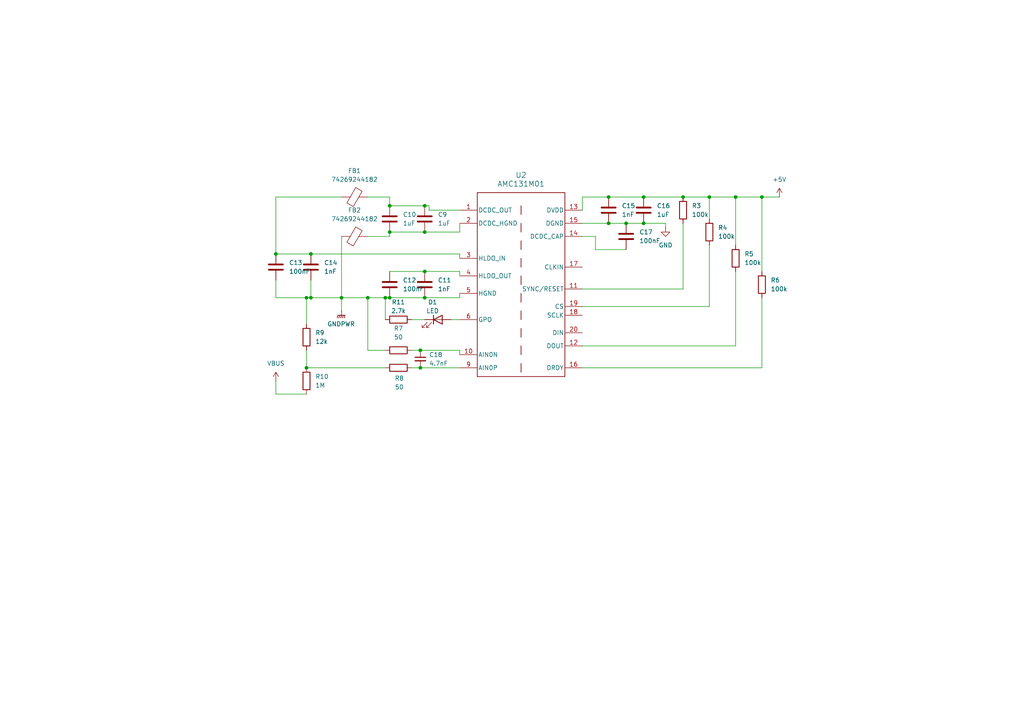
<source format=kicad_sch>
(kicad_sch (version 20250114) (generator "eeschema") (generator_version "9.0")
  (paper "A4")
  (lib_symbols
    (symbol "AMC131M01:ISOW1412DFMR" (pin_names (offset 0.254))
      (property "Reference" "U2" (at 17.78 10.16 0))
      (property "Value" "AMC131M01" (at 17.78 7.62 0))
      (symbol "ISOW1412DFMR_0_1"
        (polyline (pts (xy 5.08 5.08) (xy 5.08 -48.26)) (stroke (width 0.2032)))
        (polyline (pts (xy 5.08 -48.26) (xy 30.48 -48.26)) (stroke (width 0.2032)))
        (polyline (pts (xy 17.78 1.27) (xy 17.78 -1.27)) (stroke (width 0.2032)))
        (polyline (pts (xy 17.78 -3.81) (xy 17.78 -6.35)) (stroke (width 0.2032)))
        (polyline (pts (xy 17.78 -8.89) (xy 17.78 -11.43)) (stroke (width 0.2032)))
        (polyline (pts (xy 17.78 -13.97) (xy 17.78 -16.51)) (stroke (width 0.2032)))
        (polyline (pts (xy 17.78 -19.05) (xy 17.78 -21.59)) (stroke (width 0.2032)))
        (polyline (pts (xy 17.78 -24.13) (xy 17.78 -26.67)) (stroke (width 0.2032)))
        (polyline (pts (xy 17.78 -29.21) (xy 17.78 -31.75)) (stroke (width 0.2032)))
        (polyline (pts (xy 17.78 -36.83) (xy 17.78 -34.29)) (stroke (width 0.2032)))
        (polyline (pts (xy 17.78 -39.37) (xy 17.78 -41.91)) (stroke (width 0.2032)))
        (polyline (pts (xy 17.78 -44.45) (xy 17.78 -46.99)) (stroke (width 0.2032)))
        (polyline (pts (xy 30.48 5.08) (xy 5.08 5.08)) (stroke (width 0.2032)))
        (polyline (pts (xy 30.48 -48.26) (xy 30.48 5.08)) (stroke (width 0.2032)))
      )
      (symbol "ISOW1412DFMR_1_1"
        (pin power_in line (at 0 0 0) (length 5.08) (name "DCDC_OUT") (number "1"))
        (pin power_in line (at 0 -3.81 0) (length 5.08) (name "DCDC_HGND") (number "2"))
        (pin no_connect line (at 0 -7.62 0) (length 5.08) (hide yes) (name "NC") (number "8"))
        (pin power_in line (at 0 -13.97 0) (length 5.08) (name "HLDO_IN") (number "3"))
        (pin power_out line (at 0 -19.05 0) (length 5.08) (name "HLDO_OUT") (number "4"))
        (pin power_in line (at 0 -24.13 0) (length 5.08) (name "HGND") (number "5"))
        (pin output line (at 0 -31.75 0) (length 5.08) (name "GPO") (number "6"))
        (pin no_connect line (at 0 -35.56 0) (length 5.08) (hide yes) (name "NC") (number "7"))
        (pin input line (at 0 -41.91 0) (length 5.08) (name "AIN0N") (number "10"))
        (pin input line (at 0 -45.72 0) (length 5.08) (name "AIN0P") (number "9"))
        (pin output line (at 35.56 0 180) (length 5.08) (name "DVDD") (number "13"))
        (pin power_in line (at 35.56 -3.81 180) (length 5.08) (name "DGND") (number "15"))
        (pin power_in line (at 35.56 -7.62 180) (length 5.08) (name "DCDC_CAP") (number "14"))
        (pin output line (at 35.56 -16.51 180) (length 5.08) (name "CLKIN") (number "17"))
        (pin input line (at 35.56 -22.86 180) (length 5.08) (name "SYNC/RESET") (number "11"))
        (pin input line (at 35.56 -27.94 180) (length 5.08) (name "CS") (number "19"))
        (pin input line (at 35.56 -30.48 180) (length 5.08) (name "SCLK") (number "18"))
        (pin input line (at 35.56 -35.56 180) (length 5.08) (name "DIN") (number "20"))
        (pin output line (at 35.56 -39.37 180) (length 5.08) (name "DOUT") (number "12"))
        (pin output line (at 35.56 -45.72 180) (length 5.08) (name "DRDY") (number "16"))
      )
    )
    (symbol "Device:C" (pin_numbers (hide yes)) (pin_names (offset 0.254))
      (property "Reference" "C" (at 0.635 2.54 0))
      (property "Value" "C" (at 0.635 -2.54 0))
      (symbol "C_0_1"
        (polyline (pts (xy -2.032 0.762) (xy 2.032 0.762)) (stroke (width 0.508)))
        (polyline (pts (xy -2.032 -0.762) (xy 2.032 -0.762)) (stroke (width 0.508)))
      )
      (symbol "C_1_1"
        (pin passive line (at 0 3.81 270) (length 2.794) (name "~") (number "1"))
        (pin passive line (at 0 -3.81 90) (length 2.794) (name "~") (number "2"))
      )
    )
    (symbol "Device:C_Small" (pin_numbers (hide yes)) (pin_names (offset 0.254) (hide yes))
      (property "Reference" "C" (at 0.254 1.778 0))
      (property "Value" "C_Small" (at 0.254 -2.032 0))
      (symbol "C_Small_0_1"
        (polyline (pts (xy -1.524 0.508) (xy 1.524 0.508)) (stroke (width 0.3048)))
        (polyline (pts (xy -1.524 -0.508) (xy 1.524 -0.508)) (stroke (width 0.3302)))
      )
      (symbol "C_Small_1_1"
        (pin passive line (at 0 2.54 270) (length 2.032) (name "~") (number "1"))
        (pin passive line (at 0 -2.54 90) (length 2.032) (name "~") (number "2"))
      )
    )
    (symbol "Device:FerriteBead" (pin_numbers (hide yes)) (pin_names (offset 0))
      (property "Reference" "FB" (at -3.81 0.635 90))
      (property "Value" "FerriteBead" (at 3.81 0 90))
      (symbol "FerriteBead_0_1"
        (polyline (pts (xy -2.7686 0.4064) (xy -1.7018 2.2606) (xy 2.7686 -0.3048) (xy 1.6764 -2.159) (xy -2.7686 0.4064)))
        (polyline (pts (xy 0 1.27) (xy 0 1.2954)))
        (polyline (pts (xy 0 -1.27) (xy 0 -1.2192)))
      )
      (symbol "FerriteBead_1_1"
        (pin passive line (at 0 3.81 270) (length 2.54) (name "~") (number "1"))
        (pin passive line (at 0 -3.81 90) (length 2.54) (name "~") (number "2"))
      )
    )
    (symbol "Device:LED" (pin_numbers (hide yes)) (pin_names (offset 1.016) (hide yes))
      (property "Reference" "D" (at 0 2.54 0))
      (property "Value" "LED" (at 0 -2.54 0))
      (symbol "LED_0_1"
        (polyline (pts (xy -3.048 -0.762) (xy -4.572 -2.286) (xy -3.81 -2.286) (xy -4.572 -2.286) (xy -4.572 -1.524)))
        (polyline (pts (xy -1.778 -0.762) (xy -3.302 -2.286) (xy -2.54 -2.286) (xy -3.302 -2.286) (xy -3.302 -1.524)))
        (polyline (pts (xy -1.27 0) (xy 1.27 0)))
        (polyline (pts (xy -1.27 -1.27) (xy -1.27 1.27)) (stroke (width 0.254)))
        (polyline (pts (xy 1.27 -1.27) (xy 1.27 1.27) (xy -1.27 0) (xy 1.27 -1.27)) (stroke (width 0.254)))
      )
      (symbol "LED_1_1"
        (pin passive line (at -3.81 0 0) (length 2.54) (name "K") (number "1"))
        (pin passive line (at 3.81 0 180) (length 2.54) (name "A") (number "2"))
      )
    )
    (symbol "Device:R" (pin_numbers (hide yes)) (pin_names (offset 0))
      (property "Reference" "R" (at 2.032 0 90))
      (property "Value" "R" (at 0 0 90))
      (symbol "R_0_1"
        (rectangle (start -1.016 -2.54) (end 1.016 2.54) (stroke (width 0.254)))
      )
      (symbol "R_1_1"
        (pin passive line (at 0 3.81 270) (length 1.27) (name "~") (number "1"))
        (pin passive line (at 0 -3.81 90) (length 1.27) (name "~") (number "2"))
      )
    )
    (symbol "power:+5V" (power) (pin_numbers (hide yes)) (pin_names (offset 0) (hide yes))
      (property "Value" "+5V" (at 0 3.556 0))
      (symbol "+5V_0_1"
        (polyline (pts (xy -0.762 1.27) (xy 0 2.54)))
        (polyline (pts (xy 0 2.54) (xy 0.762 1.27)))
        (polyline (pts (xy 0 0) (xy 0 2.54)))
      )
      (symbol "+5V_1_1"
        (pin power_in line (at 0 0 90) (length 0) (name "~") (number "1"))
      )
    )
    (symbol "power:GND" (power) (pin_numbers (hide yes)) (pin_names (offset 0) (hide yes))
      (property "Value" "GND" (at 0 -3.81 0))
      (symbol "GND_0_1"
        (polyline (pts (xy 0 0) (xy 0 -1.27) (xy 1.27 -1.27) (xy 0 -2.54) (xy -1.27 -1.27) (xy 0 -1.27)))
      )
      (symbol "GND_1_1"
        (pin power_in line (at 0 0 270) (length 0) (name "~") (number "1"))
      )
    )
    (symbol "power:GNDPWR" (power) (pin_numbers (hide yes)) (pin_names (offset 0) (hide yes))
      (property "Value" "GNDPWR" (at 0 -3.302 0))
      (symbol "GNDPWR_0_1"
        (polyline (pts (xy -1.016 -1.27) (xy -1.27 -2.032) (xy -1.27 -2.032)) (stroke (width 0.2032)))
        (polyline (pts (xy -0.508 -1.27) (xy -0.762 -2.032) (xy -0.762 -2.032)) (stroke (width 0.2032)))
        (polyline (pts (xy 0 -1.27) (xy 0 0)))
        (polyline (pts (xy 0 -1.27) (xy -0.254 -2.032) (xy -0.254 -2.032)) (stroke (width 0.2032)))
        (polyline (pts (xy 0.508 -1.27) (xy 0.254 -2.032) (xy 0.254 -2.032)) (stroke (width 0.2032)))
        (polyline (pts (xy 1.016 -1.27) (xy -1.016 -1.27) (xy -1.016 -1.27)) (stroke (width 0.2032)))
        (polyline (pts (xy 1.016 -1.27) (xy 0.762 -2.032) (xy 0.762 -2.032) (xy 0.762 -2.032)) (stroke (width 0.2032)))
      )
      (symbol "GNDPWR_1_1"
        (pin power_in line (at 0 0 270) (length 0) (name "~") (number "1"))
      )
    )
    (symbol "power:VBUS" (power) (pin_numbers (hide yes)) (pin_names (offset 0) (hide yes))
      (property "Value" "VBUS" (at 0 3.556 0))
      (symbol "VBUS_0_1"
        (polyline (pts (xy -0.762 1.27) (xy 0 2.54)))
        (polyline (pts (xy 0 2.54) (xy 0.762 1.27)))
        (polyline (pts (xy 0 0) (xy 0 2.54)))
      )
      (symbol "VBUS_1_1"
        (pin power_in line (at 0 0 90) (length 0) (name "~") (number "1"))
      )
    )
  )
  (junction (at 90.17 73.66))
  (junction (at 88.9 86.36))
  (junction (at 121.92 106.68))
  (junction (at 90.17 86.36))
  (junction (at 123.19 86.36))
  (junction (at 113.03 86.36))
  (junction (at 186.69 57.15))
  (junction (at 123.19 67.31))
  (junction (at 80.01 73.66))
  (junction (at 111.76 86.36))
  (junction (at 123.19 59.69))
  (junction (at 186.69 64.77))
  (junction (at 121.92 101.6))
  (junction (at 99.06 86.36))
  (junction (at 123.19 78.74))
  (junction (at 88.9 106.68))
  (junction (at 176.53 64.77))
  (junction (at 220.98 57.15))
  (junction (at 106.68 86.36))
  (junction (at 213.36 57.15))
  (junction (at 205.74 57.15))
  (junction (at 113.03 59.69))
  (junction (at 176.53 57.15))
  (junction (at 181.61 64.77))
  (junction (at 113.03 67.31))
  (junction (at 198.12 57.15))
  (wire (pts (xy 133.35 67.31) (xy 123.19 67.31)))
  (wire (pts (xy 213.36 57.15) (xy 213.36 71.12)))
  (wire (pts (xy 220.98 57.15) (xy 220.98 78.74)))
  (wire (pts (xy 133.35 102.87) (xy 133.35 101.6)))
  (wire (pts (xy 119.38 101.6) (xy 121.92 101.6)))
  (wire (pts (xy 111.76 101.6) (xy 106.68 101.6)))
  (wire (pts (xy 106.68 68.58) (xy 113.03 68.58)))
  (wire (pts (xy 124.46 59.69) (xy 123.19 59.69)))
  (wire (pts (xy 133.35 64.77) (xy 133.35 67.31)))
  (wire (pts (xy 80.01 57.15) (xy 80.01 73.66)))
  (wire (pts (xy 133.35 60.96) (xy 124.46 60.96)))
  (wire (pts (xy 90.17 86.36) (xy 99.06 86.36)))
  (wire (pts (xy 168.91 68.58) (xy 172.72 68.58)))
  (wire (pts (xy 113.03 68.58) (xy 113.03 67.31)))
  (wire (pts (xy 113.03 78.74) (xy 123.19 78.74)))
  (wire (pts (xy 88.9 114.3) (xy 80.01 114.3)))
  (wire (pts (xy 99.06 57.15) (xy 80.01 57.15)))
  (wire (pts (xy 186.69 64.77) (xy 193.04 64.77)))
  (wire (pts (xy 88.9 86.36) (xy 88.9 93.98)))
  (wire (pts (xy 106.68 57.15) (xy 113.03 57.15)))
  (wire (pts (xy 111.76 86.36) (xy 111.76 92.71)))
  (wire (pts (xy 90.17 81.28) (xy 90.17 86.36)))
  (wire (pts (xy 113.03 67.31) (xy 123.19 67.31)))
  (wire (pts (xy 106.68 86.36) (xy 111.76 86.36)))
  (wire (pts (xy 198.12 83.82) (xy 198.12 64.77)))
  (wire (pts (xy 133.35 85.09) (xy 133.35 86.36)))
  (wire (pts (xy 168.91 64.77) (xy 176.53 64.77)))
  (wire (pts (xy 80.01 81.28) (xy 80.01 86.36)))
  (wire (pts (xy 176.53 64.77) (xy 181.61 64.77)))
  (wire (pts (xy 168.91 83.82) (xy 198.12 83.82)))
  (wire (pts (xy 205.74 57.15) (xy 205.74 63.5)))
  (wire (pts (xy 121.92 106.68) (xy 133.35 106.68)))
  (wire (pts (xy 133.35 74.93) (xy 133.35 73.66)))
  (wire (pts (xy 193.04 64.77) (xy 193.04 66.04)))
  (wire (pts (xy 205.74 57.15) (xy 213.36 57.15)))
  (wire (pts (xy 88.9 101.6) (xy 88.9 106.68)))
  (wire (pts (xy 168.91 60.96) (xy 168.91 57.15)))
  (wire (pts (xy 172.72 68.58) (xy 172.72 72.39)))
  (wire (pts (xy 113.03 59.69) (xy 123.19 59.69)))
  (wire (pts (xy 106.68 86.36) (xy 106.68 101.6)))
  (wire (pts (xy 205.74 88.9) (xy 205.74 71.12)))
  (wire (pts (xy 99.06 86.36) (xy 99.06 90.17)))
  (wire (pts (xy 88.9 86.36) (xy 90.17 86.36)))
  (wire (pts (xy 220.98 57.15) (xy 226.06 57.15)))
  (wire (pts (xy 133.35 101.6) (xy 121.92 101.6)))
  (wire (pts (xy 80.01 86.36) (xy 88.9 86.36)))
  (wire (pts (xy 172.72 72.39) (xy 181.61 72.39)))
  (wire (pts (xy 80.01 73.66) (xy 90.17 73.66)))
  (wire (pts (xy 168.91 100.33) (xy 213.36 100.33)))
  (wire (pts (xy 168.91 57.15) (xy 176.53 57.15)))
  (wire (pts (xy 133.35 78.74) (xy 123.19 78.74)))
  (wire (pts (xy 111.76 86.36) (xy 113.03 86.36)))
  (wire (pts (xy 99.06 86.36) (xy 106.68 86.36)))
  (wire (pts (xy 213.36 57.15) (xy 220.98 57.15)))
  (wire (pts (xy 124.46 60.96) (xy 124.46 59.69)))
  (wire (pts (xy 119.38 106.68) (xy 121.92 106.68)))
  (wire (pts (xy 123.19 86.36) (xy 133.35 86.36)))
  (wire (pts (xy 113.03 86.36) (xy 123.19 86.36)))
  (wire (pts (xy 186.69 57.15) (xy 198.12 57.15)))
  (wire (pts (xy 119.38 92.71) (xy 123.19 92.71)))
  (wire (pts (xy 113.03 57.15) (xy 113.03 59.69)))
  (wire (pts (xy 80.01 114.3) (xy 80.01 110.49)))
  (wire (pts (xy 130.81 92.71) (xy 133.35 92.71)))
  (wire (pts (xy 133.35 80.01) (xy 133.35 78.74)))
  (wire (pts (xy 99.06 68.58) (xy 99.06 86.36)))
  (wire (pts (xy 181.61 64.77) (xy 186.69 64.77)))
  (wire (pts (xy 220.98 106.68) (xy 220.98 86.36)))
  (wire (pts (xy 88.9 106.68) (xy 111.76 106.68)))
  (wire (pts (xy 168.91 106.68) (xy 220.98 106.68)))
  (wire (pts (xy 176.53 57.15) (xy 186.69 57.15)))
  (wire (pts (xy 90.17 73.66) (xy 133.35 73.66)))
  (wire (pts (xy 198.12 57.15) (xy 205.74 57.15)))
  (wire (pts (xy 213.36 78.74) (xy 213.36 100.33)))
  (wire (pts (xy 168.91 88.9) (xy 205.74 88.9)))
  (symbol (lib_id "Device:R") (at 88.9 97.79 0) (unit 1)
    (property "Reference" "R9" (at 91.44 96.5199 0) (effects (justify left)))
    (property "Value" "12k" (at 91.44 99.0599 0) (effects (justify left)))
    (property "Description" "Resistor" (effects (hide yes)))
  )
  (symbol (lib_id "Device:C") (at 113.03 63.5 0) (unit 1)
    (property "Reference" "C10" (at 116.84 62.2299 0) (effects (justify left)))
    (property "Value" "1uF" (at 116.84 64.7699 0) (effects (justify left)))
    (property "Description" "Unpolarized capacitor" (effects (hide yes)))
  )
  (symbol (lib_id "Device:R") (at 220.98 82.55 0) (unit 1)
    (property "Reference" "R6" (at 223.52 81.2799 0) (effects (justify left)))
    (property "Value" "100k" (at 223.52 83.8199 0) (effects (justify left)))
    (property "Description" "Resistor" (effects (hide yes)))
  )
  (symbol (lib_id "Device:C") (at 181.61 68.58 0) (unit 1)
    (property "Reference" "C17" (at 185.42 67.3099 0) (effects (justify left)))
    (property "Value" "100nF" (at 185.42 69.8499 0) (effects (justify left)))
    (property "Description" "Unpolarized capacitor" (effects (hide yes)))
  )
  (symbol (lib_id "Device:C") (at 123.19 63.5 0) (unit 1)
    (property "Reference" "C9" (at 127 62.2299 0) (effects (justify left)))
    (property "Value" "1uF" (at 127 64.7699 0) (effects (justify left)))
    (property "Description" "Unpolarized capacitor" (effects (hide yes)))
  )
  (symbol (lib_id "Device:LED") (at 127 92.71 0) (unit 1)
    (property "Reference" "D1" (at 125.476 87.63 0))
    (property "Value" "LED" (at 125.476 90.17 0))
    (property "Description" "Light emitting diode" (effects (hide yes)))
    (property "Sim.Pins" "1=K 2=A" (effects (hide yes)))
  )
  (symbol (lib_id "Device:FerriteBead") (at 102.87 57.15 90) (unit 1)
    (property "Reference" "FB1" (at 102.8192 49.53 90))
    (property "Value" "74269244182" (at 102.8192 52.07 90))
    (property "Description" "Ferrite bead" (effects (hide yes)))
  )
  (symbol (lib_id "power:GNDPWR") (at 99.06 90.17 0) (unit 1)
    (property "Reference" "#PWR011" (effects (hide yes)))
    (property "Value" "GNDPWR" (at 98.933 93.98 0))
    (property "Description" "Power symbol creates a global label with name \"GNDPWR\" , global ground" (effects (hide yes)))
  )
  (symbol (lib_id "Device:C") (at 123.19 82.55 0) (unit 1)
    (property "Reference" "C11" (at 127 81.2799 0) (effects (justify left)))
    (property "Value" "1nF" (at 127 83.8199 0) (effects (justify left)))
    (property "Description" "Unpolarized capacitor" (effects (hide yes)))
  )
  (symbol (lib_id "AMC131M01:ISOW1412DFMR") (at 133.35 60.96 0) (unit 1)
    (property "Reference" "U2" (at 151.13 50.8 0) (effects (font (size 1.524 1.524))))
    (property "Value" "AMC131M01" (at 151.13 53.34 0) (effects (font (size 1.524 1.524))))
    (property "Footprint" "DFM0020A-IPC_A" (effects (hide yes)))
    (property "Datasheet" "https://www.ti.com/lit/ds/symlink/amc131m01.pdf?ts=1763554907629" (effects (hide yes)))
  )
  (symbol (lib_id "Device:FerriteBead") (at 102.87 68.58 90) (unit 1)
    (property "Reference" "FB2" (at 102.8192 60.96 90))
    (property "Value" "74269244182" (at 102.8192 63.5 90))
    (property "Description" "Ferrite bead" (effects (hide yes)))
  )
  (symbol (lib_id "Device:R") (at 213.36 74.93 0) (unit 1)
    (property "Reference" "R5" (at 215.9 73.6599 0) (effects (justify left)))
    (property "Value" "100k" (at 215.9 76.1999 0) (effects (justify left)))
    (property "Description" "Resistor" (effects (hide yes)))
  )
  (symbol (lib_id "Device:R") (at 115.57 106.68 90) (unit 1)
    (property "Reference" "R8" (at 115.824 109.728 90))
    (property "Value" "50" (at 115.824 112.268 90))
    (property "Description" "Resistor" (effects (hide yes)))
  )
  (symbol (lib_id "Device:C") (at 176.53 60.96 0) (unit 1)
    (property "Reference" "C15" (at 180.34 59.6899 0) (effects (justify left)))
    (property "Value" "1nF" (at 180.34 62.2299 0) (effects (justify left)))
    (property "Description" "Unpolarized capacitor" (effects (hide yes)))
  )
  (symbol (lib_id "Device:R") (at 198.12 60.96 0) (unit 1)
    (property "Reference" "R3" (at 200.66 59.6899 0) (effects (justify left)))
    (property "Value" "100k" (at 200.66 62.2299 0) (effects (justify left)))
    (property "Description" "Resistor" (effects (hide yes)))
  )
  (symbol (lib_id "Device:C_Small") (at 121.92 104.14 0) (unit 1)
    (property "Reference" "C18" (at 124.46 102.8762 0) (effects (justify left)))
    (property "Value" "4.7nF" (at 124.46 105.4162 0) (effects (justify left)))
    (property "Description" "Unpolarized capacitor, small symbol" (effects (hide yes)))
  )
  (symbol (lib_id "Device:C") (at 113.03 82.55 0) (unit 1)
    (property "Reference" "C12" (at 116.84 81.2799 0) (effects (justify left)))
    (property "Value" "100nF" (at 116.84 83.8199 0) (effects (justify left)))
    (property "Description" "Unpolarized capacitor" (effects (hide yes)))
  )
  (symbol (lib_id "Device:C") (at 90.17 77.47 0) (unit 1)
    (property "Reference" "C14" (at 93.98 76.1999 0) (effects (justify left)))
    (property "Value" "1nF" (at 93.98 78.7399 0) (effects (justify left)))
    (property "Description" "Unpolarized capacitor" (effects (hide yes)))
  )
  (symbol (lib_id "Device:R") (at 115.57 101.6 90) (unit 1)
    (property "Reference" "R7" (at 115.57 95.25 90))
    (property "Value" "50" (at 115.57 97.79 90))
    (property "Description" "Resistor" (effects (hide yes)))
  )
  (symbol (lib_id "Device:R") (at 88.9 110.49 0) (unit 1)
    (property "Reference" "R10" (at 91.44 109.2199 0) (effects (justify left)))
    (property "Value" "1M" (at 91.44 111.7599 0) (effects (justify left)))
    (property "Description" "Resistor" (effects (hide yes)))
  )
  (symbol (lib_id "power:+5V") (at 226.06 57.15 0) (unit 1)
    (property "Reference" "#PWR012" (effects (hide yes)))
    (property "Value" "+5V" (at 226.06 52.07 0))
    (property "Description" "Power symbol creates a global label with name \"+5V\"" (effects (hide yes)))
  )
  (symbol (lib_id "Device:C") (at 80.01 77.47 0) (unit 1)
    (property "Reference" "C13" (at 83.82 76.1999 0) (effects (justify left)))
    (property "Value" "100nF" (at 83.82 78.7399 0) (effects (justify left)))
    (property "Description" "Unpolarized capacitor" (effects (hide yes)))
  )
  (symbol (lib_id "power:GND") (at 193.04 66.04 0) (unit 1)
    (property "Reference" "#PWR013" (effects (hide yes)))
    (property "Value" "GND" (at 193.04 71.12 0))
    (property "Description" "Power symbol creates a global label with name \"GND\" , ground" (effects (hide yes)))
  )
  (symbol (lib_id "Device:R") (at 205.74 67.31 0) (unit 1)
    (property "Reference" "R4" (at 208.28 66.0399 0) (effects (justify left)))
    (property "Value" "100k" (at 208.28 68.5799 0) (effects (justify left)))
    (property "Description" "Resistor" (effects (hide yes)))
  )
  (symbol (lib_id "power:VBUS") (at 80.01 110.49 0) (unit 1)
    (property "Reference" "#PWR014" (effects (hide yes)))
    (property "Value" "VBUS" (at 80.01 105.41 0))
    (property "Description" "Power symbol creates a global label with name \"VBUS\"" (effects (hide yes)))
  )
  (symbol (lib_id "Device:C") (at 186.69 60.96 0) (unit 1)
    (property "Reference" "C16" (at 190.5 59.6899 0) (effects (justify left)))
    (property "Value" "1uF" (at 190.5 62.2299 0) (effects (justify left)))
    (property "Description" "Unpolarized capacitor" (effects (hide yes)))
  )
  (symbol (lib_id "Device:R") (at 115.57 92.71 90) (unit 1)
    (property "Reference" "R11" (at 115.57 87.63 90))
    (property "Value" "2.7k" (at 115.57 90.17 90))
    (property "Description" "Resistor" (effects (hide yes)))
  )
)
</source>
